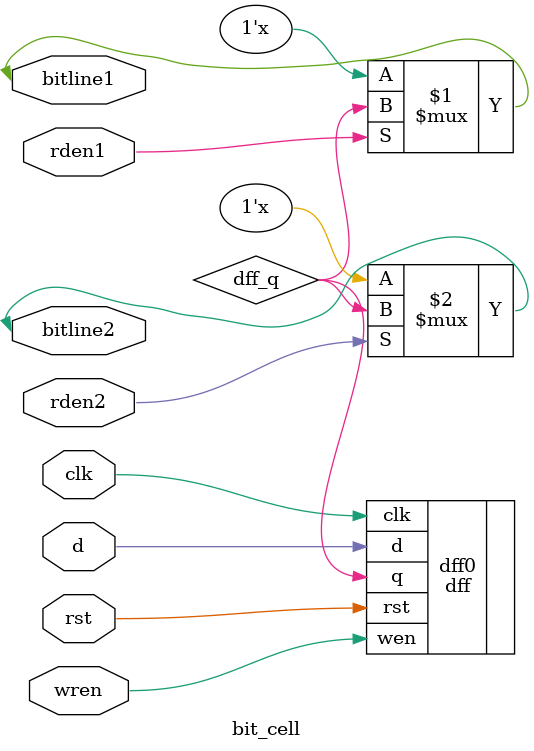
<source format=v>
module bit_cell(
	input clk,
	input rst,
	input d,
	input wren,
	input rden1,
	input rden2,
	inout bitline1,
	inout bitline2
);

wire dff_q;

dff dff0(.q(dff_q), .d(d), .wen(wren), .clk(clk), .rst(rst));

// Tri-state buffer implementation
assign bitline1 = (rden1)? dff_q: 1'bz;
assign bitline2 = (rden2)? dff_q: 1'bz;
endmodule
</source>
